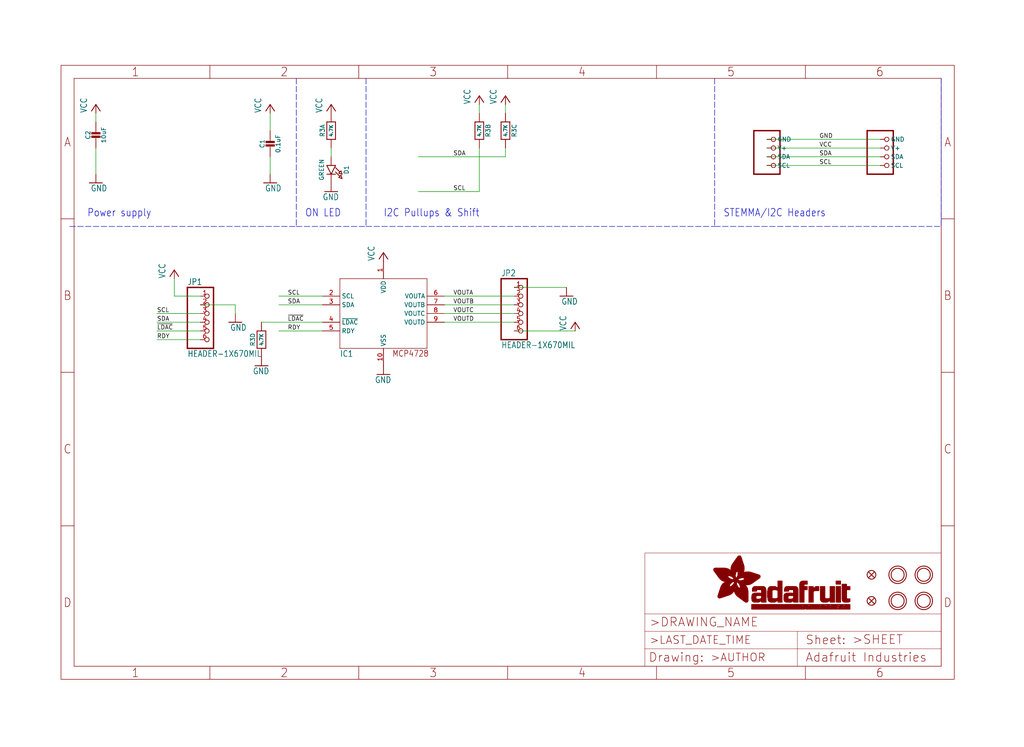
<source format=kicad_sch>
(kicad_sch (version 20211123) (generator eeschema)
  (paper "User" 298.45 217.881)
  (lib_symbols
    (symbol "schematicEagle-eagle-import:CAP_CERAMIC0603_NO"
      (property "Reference" "C" (at -2.29 1.25 90))
      (property "Value" "CAP_CERAMIC0603_NO" (at 2.3 1.25 90))
      (symbol "CAP_CERAMIC0603_NO_1_0"
        (pin passive line (at 0 5.08 270) (length 2.54) (name "1") (number "1"))
        (pin passive line (at 0 -2.54 90) (length 2.54) (name "2") (number "2"))
      )
    )
    (symbol "schematicEagle-eagle-import:CAP_CERAMIC0805-NOOUTLINE"
      (property "Reference" "C" (at -2.29 1.25 90))
      (property "Value" "CAP_CERAMIC0805-NOOUTLINE" (at 2.3 1.25 90))
      (symbol "CAP_CERAMIC0805-NOOUTLINE_1_0"
        (pin passive line (at 0 5.08 270) (length 2.54) (name "1") (number "1"))
        (pin passive line (at 0 -2.54 90) (length 2.54) (name "2") (number "2"))
      )
    )
    (symbol "schematicEagle-eagle-import:FIDUCIAL_1MM")
    (symbol "schematicEagle-eagle-import:FRAME_A4_ADAFRUIT"
      (symbol "FRAME_A4_ADAFRUIT_0_0"
        (text "1" (at 21.6958 1.905 0) (effects (font (size 2.54 2.286))))
        (text "1" (at 21.6958 177.165 0) (effects (font (size 2.54 2.286))))
        (text "2" (at 65.0875 1.905 0) (effects (font (size 2.54 2.286))))
        (text "2" (at 65.0875 177.165 0) (effects (font (size 2.54 2.286))))
        (text "3" (at 108.4792 1.905 0) (effects (font (size 2.54 2.286))))
        (text "3" (at 108.4792 177.165 0) (effects (font (size 2.54 2.286))))
        (text "4" (at 151.8708 1.905 0) (effects (font (size 2.54 2.286))))
        (text "4" (at 151.8708 177.165 0) (effects (font (size 2.54 2.286))))
        (text "5" (at 195.2625 1.905 0) (effects (font (size 2.54 2.286))))
        (text "5" (at 195.2625 177.165 0) (effects (font (size 2.54 2.286))))
        (text "6" (at 238.6542 1.905 0) (effects (font (size 2.54 2.286))))
        (text "6" (at 238.6542 177.165 0) (effects (font (size 2.54 2.286))))
        (text "A" (at 1.905 156.6863 0) (effects (font (size 2.54 2.286))))
        (text "A" (at 258.445 156.6863 0) (effects (font (size 2.54 2.286))))
        (text "B" (at 1.905 111.9188 0) (effects (font (size 2.54 2.286))))
        (text "B" (at 258.445 111.9188 0) (effects (font (size 2.54 2.286))))
        (text "C" (at 1.905 67.1513 0) (effects (font (size 2.54 2.286))))
        (text "C" (at 258.445 67.1513 0) (effects (font (size 2.54 2.286))))
        (text "D" (at 1.905 22.3838 0) (effects (font (size 2.54 2.286))))
        (text "D" (at 258.445 22.3838 0) (effects (font (size 2.54 2.286))))
      )
      (symbol "FRAME_A4_ADAFRUIT_1_0"
        (text ">AUTHOR" (at 189.23 5.08 0) (effects (font (size 2.286 2.286)) (justify left bottom)))
        (text ">DRAWING_NAME" (at 171.45 15.24 0) (effects (font (size 2.54 2.54)) (justify left bottom)))
        (text ">LAST_DATE_TIME" (at 171.45 10.16 0) (effects (font (size 2.286 2.286)) (justify left bottom)))
        (text ">SHEET" (at 230.505 10.16 0) (effects (font (size 2.54 2.54)) (justify left bottom)))
        (text "Adafruit Industries" (at 216.916 4.953 0) (effects (font (size 2.54 2.54)) (justify left bottom)))
        (text "Drawing:" (at 171.196 4.953 0) (effects (font (size 2.54 2.54)) (justify left bottom)))
        (text "Sheet:" (at 216.916 10.033 0) (effects (font (size 2.54 2.54)) (justify left bottom)))
      )
    )
    (symbol "schematicEagle-eagle-import:GND" (power)
      (property "Value" "GND" (at -2.54 -2.54 0))
      (symbol "GND_1_0"
        (pin power_in line (at 0 2.54 270) (length 2.54) (name "GND") (number "1"))
      )
    )
    (symbol "schematicEagle-eagle-import:HEADER-1X670MIL"
      (property "Reference" "JP" (at -6.35 10.795 0))
      (property "Value" "HEADER-1X670MIL" (at -6.35 -10.16 0))
      (symbol "HEADER-1X670MIL_1_0"
        (pin passive inverted (at -2.54 7.62 0) (length 2.54) (name "1") (number "1"))
        (pin passive inverted (at -2.54 5.08 0) (length 2.54) (name "2") (number "2"))
        (pin passive inverted (at -2.54 2.54 0) (length 2.54) (name "3") (number "3"))
        (pin passive inverted (at -2.54 0 0) (length 2.54) (name "4") (number "4"))
        (pin passive inverted (at -2.54 -2.54 0) (length 2.54) (name "5") (number "5"))
        (pin passive inverted (at -2.54 -5.08 0) (length 2.54) (name "6") (number "6"))
      )
    )
    (symbol "schematicEagle-eagle-import:LED0603_NOOUTLINE"
      (property "Reference" "D" (at -1.27 4.445 0))
      (property "Value" "LED0603_NOOUTLINE" (at -1.27 -2.794 0))
      (symbol "LED0603_NOOUTLINE_1_0"
        (pin passive line (at -5.08 0 0) (length 2.54) (name "A") (number "A"))
        (pin passive line (at 2.54 0 180) (length 2.54) (name "C") (number "C"))
      )
    )
    (symbol "schematicEagle-eagle-import:MCP4728"
      (property "Reference" "IC" (at -12.7 -12.7 0))
      (symbol "MCP4728_1_0"
        (text "MCP4728" (at 2.54 -12.7 0) (effects (font (size 1.778 1.5113)) (justify left bottom)))
        (pin power_in line (at 0 15.24 270) (length 5.08) (name "VDD") (number "1"))
        (pin power_in line (at 0 -15.24 90) (length 5.08) (name "VSS") (number "10"))
        (pin bidirectional line (at -17.78 5.08 0) (length 5.08) (name "SCL") (number "2"))
        (pin bidirectional line (at -17.78 2.54 0) (length 5.08) (name "SDA") (number "3"))
        (pin input line (at -17.78 -2.54 0) (length 5.08) (name "~{LDAC}") (number "4"))
        (pin output line (at -17.78 -5.08 0) (length 5.08) (name "RDY") (number "5"))
        (pin output line (at 17.78 5.08 180) (length 5.08) (name "VOUTA") (number "6"))
        (pin output line (at 17.78 2.54 180) (length 5.08) (name "VOUTB") (number "7"))
        (pin output line (at 17.78 0 180) (length 5.08) (name "VOUTC") (number "8"))
        (pin output line (at 17.78 -2.54 180) (length 5.08) (name "VOUTD") (number "9"))
      )
    )
    (symbol "schematicEagle-eagle-import:MOUNTINGHOLE2.5")
    (symbol "schematicEagle-eagle-import:RESISTOR_4PACK"
      (property "Reference" "R" (at 0 2.54 0))
      (property "Value" "RESISTOR_4PACK" (at 0 0 0))
      (symbol "RESISTOR_4PACK_1_0"
        (pin passive line (at -5.08 0 0) (length 2.54) (name "1") (number "1"))
        (pin passive line (at 5.08 0 180) (length 2.54) (name "2") (number "8"))
      )
      (symbol "RESISTOR_4PACK_2_0"
        (pin passive line (at -5.08 0 0) (length 2.54) (name "1") (number "2"))
        (pin passive line (at 5.08 0 180) (length 2.54) (name "2") (number "7"))
      )
      (symbol "RESISTOR_4PACK_3_0"
        (pin passive line (at -5.08 0 0) (length 2.54) (name "1") (number "3"))
        (pin passive line (at 5.08 0 180) (length 2.54) (name "2") (number "6"))
      )
      (symbol "RESISTOR_4PACK_4_0"
        (pin passive line (at -5.08 0 0) (length 2.54) (name "1") (number "4"))
        (pin passive line (at 5.08 0 180) (length 2.54) (name "2") (number "5"))
      )
    )
    (symbol "schematicEagle-eagle-import:STEMMA_I2C_QT"
      (symbol "STEMMA_I2C_QT_1_0"
        (pin passive inverted (at 0 5.08 0) (length 2.54) (name "GND") (number "1"))
        (pin passive inverted (at 0 2.54 0) (length 2.54) (name "V+") (number "2"))
        (pin passive inverted (at 0 0 0) (length 2.54) (name "SDA") (number "3"))
        (pin passive inverted (at 0 -2.54 0) (length 2.54) (name "SCL") (number "4"))
      )
      (symbol "STEMMA_I2C_QT_2_0"
        (pin bidirectional line (at 0 0 0) (length 5.08) (name "MT") (number "MT1"))
      )
      (symbol "STEMMA_I2C_QT_3_0"
        (pin bidirectional line (at 0 0 0) (length 5.08) (name "MT") (number "MT2"))
      )
    )
    (symbol "schematicEagle-eagle-import:VCC" (power)
      (property "Value" "VCC" (at -2.54 -2.54 90))
      (symbol "VCC_1_0"
        (pin power_in line (at 0 -2.54 90) (length 2.54) (name "VCC") (number "1"))
      )
    )
  )
  (wire (pts (xy 68.58 88.9) (xy 68.58 91.44)))
  (wire (pts (xy 139.7 55.88) (xy 121.92 55.88)))
  (polyline (pts (xy 106.68 22.86) (xy 106.68 66.04)))
  (wire (pts (xy 256.54 45.72) (xy 223.52 45.72)))
  (wire (pts (xy 93.98 86.36) (xy 81.28 86.36)))
  (wire (pts (xy 93.98 96.52) (xy 81.28 96.52)))
  (wire (pts (xy 139.7 30.48) (xy 139.7 33.02)))
  (wire (pts (xy 96.52 45.72) (xy 96.52 43.18)))
  (wire (pts (xy 139.7 43.18) (xy 139.7 55.88)))
  (wire (pts (xy 78.74 45.72) (xy 78.74 50.8)))
  (wire (pts (xy 223.52 43.18) (xy 256.54 43.18)))
  (wire (pts (xy 93.98 93.98) (xy 76.2 93.98)))
  (wire (pts (xy 149.86 88.9) (xy 129.54 88.9)))
  (wire (pts (xy 147.32 43.18) (xy 147.32 45.72)))
  (wire (pts (xy 58.42 88.9) (xy 68.58 88.9)))
  (wire (pts (xy 58.42 91.44) (xy 45.72 91.44)))
  (wire (pts (xy 27.94 33.02) (xy 27.94 35.56)))
  (wire (pts (xy 78.74 33.02) (xy 78.74 38.1)))
  (wire (pts (xy 165.1 83.82) (xy 149.86 83.82)))
  (wire (pts (xy 58.42 93.98) (xy 45.72 93.98)))
  (polyline (pts (xy 208.28 66.04) (xy 274.32 66.04)))
  (wire (pts (xy 58.42 96.52) (xy 45.72 96.52)))
  (wire (pts (xy 58.42 86.36) (xy 50.8 86.36)))
  (polyline (pts (xy 86.36 22.86) (xy 86.36 66.04)))
  (wire (pts (xy 147.32 33.02) (xy 147.32 30.48)))
  (polyline (pts (xy 274.32 22.86) (xy 274.32 66.04)))
  (polyline (pts (xy 20.32 66.04) (xy 86.36 66.04)))
  (polyline (pts (xy 208.28 22.86) (xy 208.28 66.04)))
  (wire (pts (xy 58.42 99.06) (xy 45.72 99.06)))
  (wire (pts (xy 50.8 86.36) (xy 50.8 81.28)))
  (polyline (pts (xy 86.36 66.04) (xy 106.68 66.04)))
  (wire (pts (xy 147.32 45.72) (xy 121.92 45.72)))
  (wire (pts (xy 256.54 40.64) (xy 223.52 40.64)))
  (wire (pts (xy 149.86 86.36) (xy 129.54 86.36)))
  (wire (pts (xy 149.86 93.98) (xy 129.54 93.98)))
  (wire (pts (xy 149.86 91.44) (xy 129.54 91.44)))
  (polyline (pts (xy 106.68 66.04) (xy 208.28 66.04)))
  (wire (pts (xy 223.52 48.26) (xy 256.54 48.26)))
  (wire (pts (xy 167.64 96.52) (xy 149.86 96.52)))
  (wire (pts (xy 81.28 88.9) (xy 93.98 88.9)))
  (wire (pts (xy 27.94 50.8) (xy 27.94 43.18)))
  (text "ON LED" (at 88.9 63.5 180) (effects (font (size 2.1844 1.8567)) (justify left bottom)))
  (text "I2C Pullups & Shift" (at 111.76 63.5 180) (effects (font (size 2.1844 1.8567)) (justify left bottom)))
  (text "STEMMA/I2C Headers" (at 210.82 63.5 180) (effects (font (size 2.1844 1.8567)) (justify left bottom)))
  (text "Power supply" (at 25.4 63.5 180) (effects (font (size 2.1844 1.8567)) (justify left bottom)))
  (label "~{LDAC}" (at 83.82 93.98 0) (effects (font (size 1.2446 1.2446))))
  (label "~{LDAC}" (at 45.72 96.52 0) (effects (font (size 1.2446 1.2446))))
  (label "SCL" (at 132.08 55.88 0) (effects (font (size 1.2446 1.2446))))
  (label "SDA" (at 132.08 45.72 0) (effects (font (size 1.2446 1.2446))))
  (label "SDA" (at 45.72 93.98 0) (effects (font (size 1.2446 1.2446))))
  (label "SDA" (at 83.82 88.9 0) (effects (font (size 1.2446 1.2446))))
  (label "RDY" (at 45.72 99.06 0) (effects (font (size 1.2446 1.2446))))
  (label "VOUTA" (at 132.08 86.36 0) (effects (font (size 1.2446 1.2446))))
  (label "VOUTC" (at 132.08 91.44 0) (effects (font (size 1.2446 1.2446))))
  (label "VOUTB" (at 132.08 88.9 0) (effects (font (size 1.2446 1.2446))))
  (label "RDY" (at 83.82 96.52 0) (effects (font (size 1.2446 1.2446))))
  (label "SCL" (at 83.82 86.36 0) (effects (font (size 1.2446 1.2446))))
  (label "SDA" (at 238.76 45.72 0) (effects (font (size 1.2446 1.2446))))
  (label "SCL" (at 238.76 48.26 0) (effects (font (size 1.2446 1.2446))))
  (label "VCC" (at 238.76 43.18 0) (effects (font (size 1.2446 1.2446))))
  (label "SCL" (at 45.72 91.44 0) (effects (font (size 1.2446 1.2446))))
  (label "GND" (at 238.76 40.64 0) (effects (font (size 1.2446 1.2446))))
  (label "VOUTD" (at 132.08 93.98 0) (effects (font (size 1.2446 1.2446))))
  (symbol (lib_id "schematicEagle-eagle-import:GND") (at 76.2 106.68 0) (unit 1)
    (property "Reference" "#GND2" (effects hide))
    (property "Value" "GND" (at 73.66 109.22 0) (effects (font (size 1.778 1.5113)) (justify left bottom)))
    (property "Footprint" "schematicEagle:" (effects hide))
  )
  (symbol (lib_id "schematicEagle-eagle-import:FIDUCIAL_1MM") (at 254 167.64 0) (unit 1)
    (property "Reference" "FID4" (effects hide))
    (property "Value" "FIDUCIAL_1MM" (effects hide))
    (property "Footprint" "schematicEagle:FIDUCIAL_1MM" (effects hide))
  )
  (symbol (lib_id "schematicEagle-eagle-import:GND") (at 111.76 109.22 0) (unit 1)
    (property "Reference" "#GND1" (effects hide))
    (property "Value" "GND" (at 109.22 111.76 0) (effects (font (size 1.778 1.5113)) (justify left bottom)))
    (property "Footprint" "schematicEagle:" (effects hide))
  )
  (symbol (lib_id "schematicEagle-eagle-import:RESISTOR_4PACK") (at 139.7 38.1 270) (unit 2)
    (property "Reference" "R3" (at 142.24 38.1 0))
    (property "Value" "4.7K" (at 139.7 38.1 0) (effects (font (size 1.016 1.016) bold)))
    (property "Footprint" "schematicEagle:RESPACK_4X0603" (effects hide))
  )
  (symbol (lib_id "schematicEagle-eagle-import:VCC") (at 78.74 30.48 0) (unit 1)
    (property "Reference" "#P+5" (effects hide))
    (property "Value" "VCC" (at 76.2 33.02 90) (effects (font (size 1.778 1.5113)) (justify left bottom)))
    (property "Footprint" "schematicEagle:" (effects hide))
  )
  (symbol (lib_id "schematicEagle-eagle-import:RESISTOR_4PACK") (at 147.32 38.1 270) (unit 3)
    (property "Reference" "R3" (at 149.86 38.1 0))
    (property "Value" "4.7K" (at 147.32 38.1 0) (effects (font (size 1.016 1.016) bold)))
    (property "Footprint" "schematicEagle:RESPACK_4X0603" (effects hide))
  )
  (symbol (lib_id "schematicEagle-eagle-import:GND") (at 27.94 53.34 0) (unit 1)
    (property "Reference" "#U$13" (effects hide))
    (property "Value" "GND" (at 26.416 55.88 0) (effects (font (size 1.778 1.5113)) (justify left bottom)))
    (property "Footprint" "schematicEagle:" (effects hide))
  )
  (symbol (lib_id "schematicEagle-eagle-import:MCP4728") (at 111.76 91.44 0) (unit 1)
    (property "Reference" "IC1" (at 99.06 104.14 0) (effects (font (size 1.778 1.5113)) (justify left bottom)))
    (property "Value" "MCP4728" (effects hide))
    (property "Footprint" "schematicEagle:MSOP10" (effects hide))
  )
  (symbol (lib_id "schematicEagle-eagle-import:CAP_CERAMIC0805-NOOUTLINE") (at 27.94 40.64 0) (unit 1)
    (property "Reference" "C2" (at 25.65 39.39 90))
    (property "Value" "10uF" (at 30.24 39.39 90))
    (property "Footprint" "schematicEagle:0805-NO" (effects hide))
  )
  (symbol (lib_id "schematicEagle-eagle-import:MOUNTINGHOLE2.5") (at 269.24 167.64 0) (unit 1)
    (property "Reference" "U$19" (effects hide))
    (property "Value" "MOUNTINGHOLE2.5" (effects hide))
    (property "Footprint" "schematicEagle:MOUNTINGHOLE_2.5_PLATED" (effects hide))
  )
  (symbol (lib_id "schematicEagle-eagle-import:RESISTOR_4PACK") (at 76.2 99.06 90) (unit 4)
    (property "Reference" "R3" (at 73.66 99.06 0))
    (property "Value" "4.7K" (at 76.2 99.06 0) (effects (font (size 1.016 1.016) bold)))
    (property "Footprint" "schematicEagle:RESPACK_4X0603" (effects hide))
  )
  (symbol (lib_id "schematicEagle-eagle-import:MOUNTINGHOLE2.5") (at 269.24 175.26 0) (unit 1)
    (property "Reference" "U$21" (effects hide))
    (property "Value" "MOUNTINGHOLE2.5" (effects hide))
    (property "Footprint" "schematicEagle:MOUNTINGHOLE_2.5_PLATED" (effects hide))
  )
  (symbol (lib_id "schematicEagle-eagle-import:FIDUCIAL_1MM") (at 254 175.26 0) (unit 1)
    (property "Reference" "FID3" (effects hide))
    (property "Value" "FIDUCIAL_1MM" (effects hide))
    (property "Footprint" "schematicEagle:FIDUCIAL_1MM" (effects hide))
  )
  (symbol (lib_id "schematicEagle-eagle-import:VCC") (at 111.76 73.66 0) (unit 1)
    (property "Reference" "#P+7" (effects hide))
    (property "Value" "VCC" (at 109.22 76.2 90) (effects (font (size 1.778 1.5113)) (justify left bottom)))
    (property "Footprint" "schematicEagle:" (effects hide))
  )
  (symbol (lib_id "schematicEagle-eagle-import:GND") (at 68.58 93.98 0) (unit 1)
    (property "Reference" "#U$10" (effects hide))
    (property "Value" "GND" (at 67.056 96.52 0) (effects (font (size 1.778 1.5113)) (justify left bottom)))
    (property "Footprint" "schematicEagle:" (effects hide))
  )
  (symbol (lib_id "schematicEagle-eagle-import:VCC") (at 167.64 93.98 0) (unit 1)
    (property "Reference" "#P+8" (effects hide))
    (property "Value" "VCC" (at 165.1 96.52 90) (effects (font (size 1.778 1.5113)) (justify left bottom)))
    (property "Footprint" "schematicEagle:" (effects hide))
  )
  (symbol (lib_id "schematicEagle-eagle-import:CAP_CERAMIC0603_NO") (at 78.74 43.18 0) (unit 1)
    (property "Reference" "C1" (at 76.45 41.93 90))
    (property "Value" "0.1uF" (at 81.04 41.93 90))
    (property "Footprint" "schematicEagle:0603-NO" (effects hide))
  )
  (symbol (lib_id "schematicEagle-eagle-import:VCC") (at 147.32 27.94 0) (unit 1)
    (property "Reference" "#P+2" (effects hide))
    (property "Value" "VCC" (at 144.78 30.48 90) (effects (font (size 1.778 1.5113)) (justify left bottom)))
    (property "Footprint" "schematicEagle:" (effects hide))
  )
  (symbol (lib_id "schematicEagle-eagle-import:VCC") (at 96.52 30.48 0) (unit 1)
    (property "Reference" "#P+6" (effects hide))
    (property "Value" "VCC" (at 93.98 33.02 90) (effects (font (size 1.778 1.5113)) (justify left bottom)))
    (property "Footprint" "schematicEagle:" (effects hide))
  )
  (symbol (lib_id "schematicEagle-eagle-import:LED0603_NOOUTLINE") (at 96.52 50.8 270) (unit 1)
    (property "Reference" "D1" (at 100.965 49.53 0))
    (property "Value" "GREEN" (at 93.726 49.53 0))
    (property "Footprint" "schematicEagle:CHIPLED_0603_NOOUTLINE" (effects hide))
  )
  (symbol (lib_id "schematicEagle-eagle-import:VCC") (at 27.94 30.48 0) (unit 1)
    (property "Reference" "#P+3" (effects hide))
    (property "Value" "VCC" (at 25.4 33.02 90) (effects (font (size 1.778 1.5113)) (justify left bottom)))
    (property "Footprint" "schematicEagle:" (effects hide))
  )
  (symbol (lib_id "schematicEagle-eagle-import:VCC") (at 50.8 78.74 0) (unit 1)
    (property "Reference" "#P+4" (effects hide))
    (property "Value" "VCC" (at 48.26 81.28 90) (effects (font (size 1.778 1.5113)) (justify left bottom)))
    (property "Footprint" "schematicEagle:" (effects hide))
  )
  (symbol (lib_id "schematicEagle-eagle-import:MOUNTINGHOLE2.5") (at 261.62 167.64 0) (unit 1)
    (property "Reference" "U$17" (effects hide))
    (property "Value" "MOUNTINGHOLE2.5" (effects hide))
    (property "Footprint" "schematicEagle:MOUNTINGHOLE_2.5_PLATED" (effects hide))
  )
  (symbol (lib_id "schematicEagle-eagle-import:GND") (at 165.1 86.36 0) (unit 1)
    (property "Reference" "#U$2" (effects hide))
    (property "Value" "GND" (at 163.576 88.9 0) (effects (font (size 1.778 1.5113)) (justify left bottom)))
    (property "Footprint" "schematicEagle:" (effects hide))
  )
  (symbol (lib_id "schematicEagle-eagle-import:FRAME_A4_ADAFRUIT") (at 17.78 198.12 0) (unit 1)
    (property "Reference" "#U$18" (effects hide))
    (property "Value" "FRAME_A4_ADAFRUIT" (effects hide))
    (property "Footprint" "schematicEagle:" (effects hide))
  )
  (symbol (lib_id "schematicEagle-eagle-import:MOUNTINGHOLE2.5") (at 261.62 175.26 0) (unit 1)
    (property "Reference" "U$1" (effects hide))
    (property "Value" "MOUNTINGHOLE2.5" (effects hide))
    (property "Footprint" "schematicEagle:MOUNTINGHOLE_2.5_PLATED" (effects hide))
  )
  (symbol (lib_id "schematicEagle-eagle-import:STEMMA_I2C_QT") (at 256.54 45.72 0) (unit 1)
    (property "Reference" "CONN4" (effects hide))
    (property "Value" "STEMMA_I2C_QT" (effects hide))
    (property "Footprint" "schematicEagle:JST_SH4" (effects hide))
  )
  (symbol (lib_id "schematicEagle-eagle-import:HEADER-1X670MIL") (at 60.96 93.98 0) (unit 1)
    (property "Reference" "JP1" (at 54.61 83.185 0) (effects (font (size 1.778 1.5113)) (justify left bottom)))
    (property "Value" "HEADER-1X670MIL" (at 54.61 104.14 0) (effects (font (size 1.778 1.5113)) (justify left bottom)))
    (property "Footprint" "schematicEagle:1X06_ROUND_70" (effects hide))
  )
  (symbol (lib_id "schematicEagle-eagle-import:HEADER-1X670MIL") (at 152.4 91.44 0) (unit 1)
    (property "Reference" "JP2" (at 146.05 80.645 0) (effects (font (size 1.778 1.5113)) (justify left bottom)))
    (property "Value" "HEADER-1X670MIL" (at 146.05 101.6 0) (effects (font (size 1.778 1.5113)) (justify left bottom)))
    (property "Footprint" "schematicEagle:1X06_ROUND_70" (effects hide))
  )
  (symbol (lib_id "schematicEagle-eagle-import:GND") (at 96.52 55.88 0) (unit 1)
    (property "Reference" "#GND6" (effects hide))
    (property "Value" "GND" (at 93.98 58.42 0) (effects (font (size 1.778 1.5113)) (justify left bottom)))
    (property "Footprint" "schematicEagle:" (effects hide))
  )
  (symbol (lib_id "schematicEagle-eagle-import:GND") (at 78.74 53.34 0) (unit 1)
    (property "Reference" "#U$6" (effects hide))
    (property "Value" "GND" (at 77.216 55.88 0) (effects (font (size 1.778 1.5113)) (justify left bottom)))
    (property "Footprint" "schematicEagle:" (effects hide))
  )
  (symbol (lib_id "schematicEagle-eagle-import:RESISTOR_4PACK") (at 96.52 38.1 90) (unit 1)
    (property "Reference" "R3" (at 93.98 38.1 0))
    (property "Value" "4.7K" (at 96.52 38.1 0) (effects (font (size 1.016 1.016) bold)))
    (property "Footprint" "schematicEagle:RESPACK_4X0603" (effects hide))
  )
  (symbol (lib_id "schematicEagle-eagle-import:VCC") (at 139.7 27.94 0) (unit 1)
    (property "Reference" "#P+1" (effects hide))
    (property "Value" "VCC" (at 137.16 30.48 90) (effects (font (size 1.778 1.5113)) (justify left bottom)))
    (property "Footprint" "schematicEagle:" (effects hide))
  )
  (symbol (lib_id "schematicEagle-eagle-import:STEMMA_I2C_QT") (at 223.52 45.72 0) (unit 1)
    (property "Reference" "CONN3" (effects hide))
    (property "Value" "STEMMA_I2C_QT" (effects hide))
    (property "Footprint" "schematicEagle:JST_SH4" (effects hide))
  )
)
</source>
